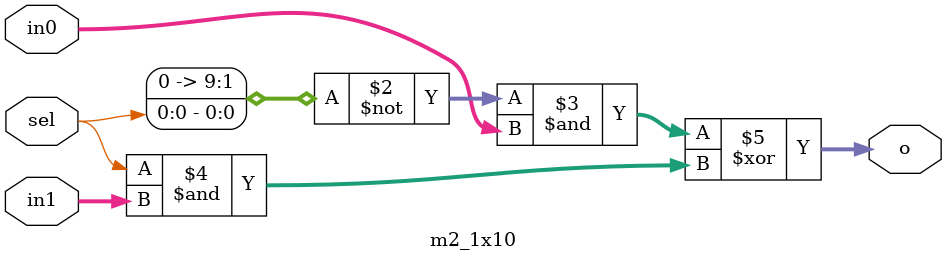
<source format=v>
`timescale 1ns / 1ps


module m2_1x10(
    input [9:0] in0,
    input [9:0] in1,
    input sel,
    output [9:0] o
    );
    assign o = (~sel & in0) ^ (sel & in1);
endmodule

</source>
